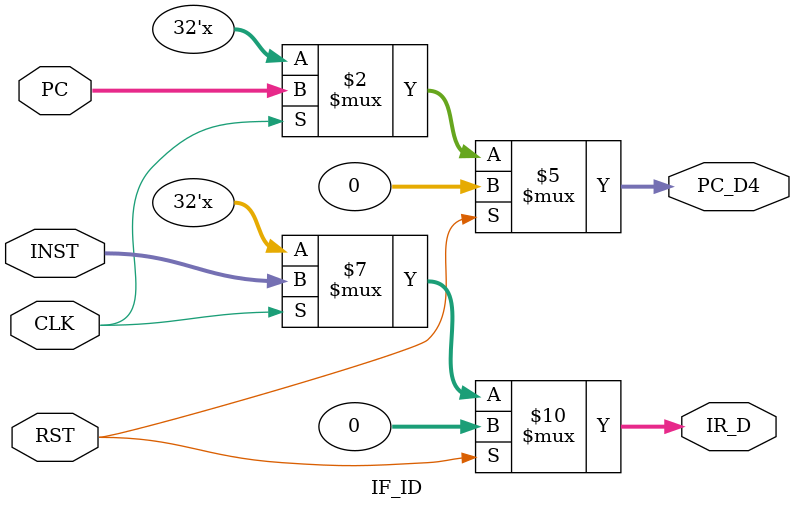
<source format=v>
module IF_ID(INST, PC, IR_D, PC_D4, CLK, RST);

    input CLK;
    input RST;
    input [31:0] INST;
    input [31:0] PC;
    output reg [31:0] IR_D;
    output reg [31:0] PC_D4;

always @(CLK) begin
    if(RST) begin
        IR_D <= 0;
        PC_D4 <= 0;
    end else if (CLK)begin
     IR_D <= INST;
     PC_D4 <= PC;
    end
end



endmodule
</source>
